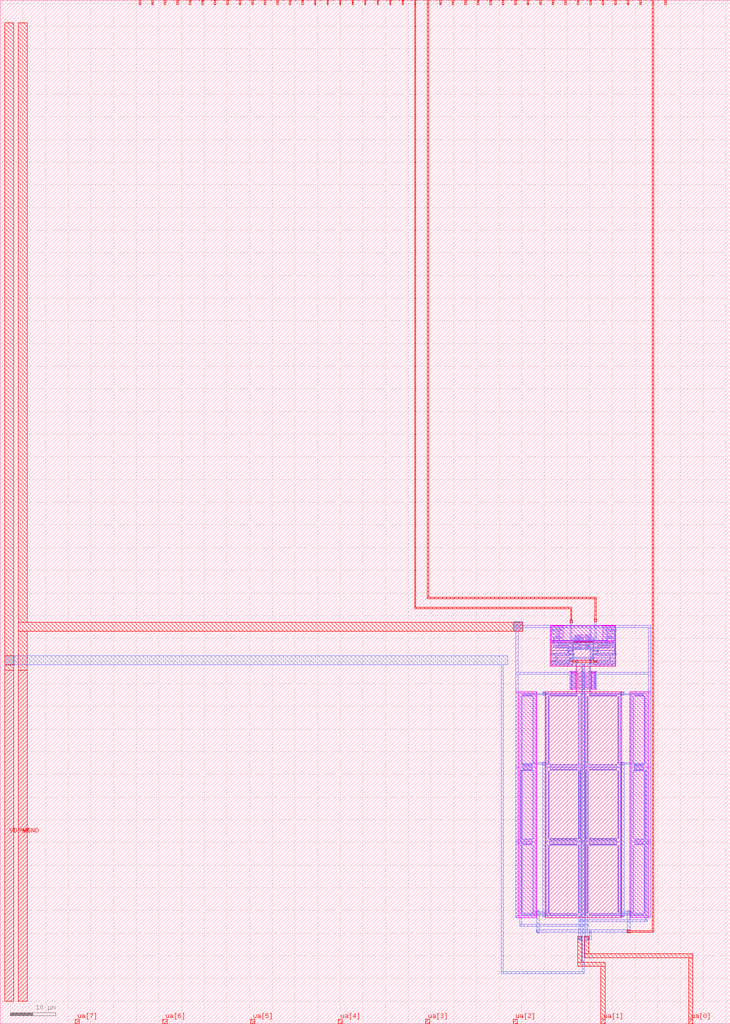
<source format=lef>
MACRO tt_um_mbkmicdec_ringosc
  CLASS BLOCK ;
  FOREIGN tt_um_mbkmicdec_ringosc ;
  ORIGIN 0.000 0.000 ;
  SIZE 161.000 BY 225.760 ;
  PIN clk
    DIRECTION INPUT ;
    USE SIGNAL ;
    ANTENNAGATEAREA 240.000000 ;
    PORT
      LAYER met4 ;
        RECT 143.830 224.760 144.130 225.760 ;
    END
  END clk
  PIN ena
    DIRECTION INPUT ;
    USE SIGNAL ;
    PORT
      LAYER met4 ;
        RECT 146.590 224.760 146.890 225.760 ;
    END
  END ena
  PIN rst_n
    DIRECTION INPUT ;
    USE SIGNAL ;
    PORT
      LAYER met4 ;
        RECT 141.070 224.760 141.370 225.760 ;
    END
  END rst_n
  PIN ua[0]
    DIRECTION INOUT ;
    USE SIGNAL ;
    ANTENNAGATEAREA 120.000000 ;
    PORT
      LAYER met4 ;
        RECT 151.810 0.000 152.710 1.000 ;
    END
  END ua[0]
  PIN ua[1]
    DIRECTION INOUT ;
    USE SIGNAL ;
    ANTENNAGATEAREA 120.000000 ;
    PORT
      LAYER met4 ;
        RECT 132.490 0.000 133.390 1.000 ;
    END
  END ua[1]
  PIN ua[2]
    DIRECTION INOUT ;
    USE SIGNAL ;
    PORT
      LAYER met4 ;
        RECT 113.170 0.000 114.070 1.000 ;
    END
  END ua[2]
  PIN ua[3]
    DIRECTION INOUT ;
    USE SIGNAL ;
    PORT
      LAYER met4 ;
        RECT 93.850 0.000 94.750 1.000 ;
    END
  END ua[3]
  PIN ua[4]
    DIRECTION INOUT ;
    USE SIGNAL ;
    PORT
      LAYER met4 ;
        RECT 74.530 0.000 75.430 1.000 ;
    END
  END ua[4]
  PIN ua[5]
    DIRECTION INOUT ;
    USE SIGNAL ;
    PORT
      LAYER met4 ;
        RECT 55.210 0.000 56.110 1.000 ;
    END
  END ua[5]
  PIN ua[6]
    DIRECTION INOUT ;
    USE SIGNAL ;
    PORT
      LAYER met4 ;
        RECT 35.890 0.000 36.790 1.000 ;
    END
  END ua[6]
  PIN ua[7]
    DIRECTION INOUT ;
    USE SIGNAL ;
    PORT
      LAYER met4 ;
        RECT 16.570 0.000 17.470 1.000 ;
    END
  END ua[7]
  PIN ui_in[0]
    DIRECTION INPUT ;
    USE SIGNAL ;
    PORT
      LAYER met4 ;
        RECT 138.310 224.760 138.610 225.760 ;
    END
  END ui_in[0]
  PIN ui_in[1]
    DIRECTION INPUT ;
    USE SIGNAL ;
    PORT
      LAYER met4 ;
        RECT 135.550 224.760 135.850 225.760 ;
    END
  END ui_in[1]
  PIN ui_in[2]
    DIRECTION INPUT ;
    USE SIGNAL ;
    PORT
      LAYER met4 ;
        RECT 132.790 224.760 133.090 225.760 ;
    END
  END ui_in[2]
  PIN ui_in[3]
    DIRECTION INPUT ;
    USE SIGNAL ;
    PORT
      LAYER met4 ;
        RECT 130.030 224.760 130.330 225.760 ;
    END
  END ui_in[3]
  PIN ui_in[4]
    DIRECTION INPUT ;
    USE SIGNAL ;
    PORT
      LAYER met4 ;
        RECT 127.270 224.760 127.570 225.760 ;
    END
  END ui_in[4]
  PIN ui_in[5]
    DIRECTION INPUT ;
    USE SIGNAL ;
    PORT
      LAYER met4 ;
        RECT 124.510 224.760 124.810 225.760 ;
    END
  END ui_in[5]
  PIN ui_in[6]
    DIRECTION INPUT ;
    USE SIGNAL ;
    PORT
      LAYER met4 ;
        RECT 121.750 224.760 122.050 225.760 ;
    END
  END ui_in[6]
  PIN ui_in[7]
    DIRECTION INPUT ;
    USE SIGNAL ;
    PORT
      LAYER met4 ;
        RECT 118.990 224.760 119.290 225.760 ;
    END
  END ui_in[7]
  PIN uio_in[0]
    DIRECTION INPUT ;
    USE SIGNAL ;
    PORT
      LAYER met4 ;
        RECT 116.230 224.760 116.530 225.760 ;
    END
  END uio_in[0]
  PIN uio_in[1]
    DIRECTION INPUT ;
    USE SIGNAL ;
    PORT
      LAYER met4 ;
        RECT 113.470 224.760 113.770 225.760 ;
    END
  END uio_in[1]
  PIN uio_in[2]
    DIRECTION INPUT ;
    USE SIGNAL ;
    PORT
      LAYER met4 ;
        RECT 110.710 224.760 111.010 225.760 ;
    END
  END uio_in[2]
  PIN uio_in[3]
    DIRECTION INPUT ;
    USE SIGNAL ;
    PORT
      LAYER met4 ;
        RECT 107.950 224.760 108.250 225.760 ;
    END
  END uio_in[3]
  PIN uio_in[4]
    DIRECTION INPUT ;
    USE SIGNAL ;
    PORT
      LAYER met4 ;
        RECT 105.190 224.760 105.490 225.760 ;
    END
  END uio_in[4]
  PIN uio_in[5]
    DIRECTION INPUT ;
    USE SIGNAL ;
    PORT
      LAYER met4 ;
        RECT 102.430 224.760 102.730 225.760 ;
    END
  END uio_in[5]
  PIN uio_in[6]
    DIRECTION INPUT ;
    USE SIGNAL ;
    PORT
      LAYER met4 ;
        RECT 99.670 224.760 99.970 225.760 ;
    END
  END uio_in[6]
  PIN uio_in[7]
    DIRECTION INPUT ;
    USE SIGNAL ;
    PORT
      LAYER met4 ;
        RECT 96.910 224.760 97.210 225.760 ;
    END
  END uio_in[7]
  PIN uio_oe[0]
    DIRECTION OUTPUT ;
    USE SIGNAL ;
    PORT
      LAYER met4 ;
        RECT 49.990 224.760 50.290 225.760 ;
    END
  END uio_oe[0]
  PIN uio_oe[1]
    DIRECTION OUTPUT ;
    USE SIGNAL ;
    PORT
      LAYER met4 ;
        RECT 47.230 224.760 47.530 225.760 ;
    END
  END uio_oe[1]
  PIN uio_oe[2]
    DIRECTION OUTPUT ;
    USE SIGNAL ;
    PORT
      LAYER met4 ;
        RECT 44.470 224.760 44.770 225.760 ;
    END
  END uio_oe[2]
  PIN uio_oe[3]
    DIRECTION OUTPUT ;
    USE SIGNAL ;
    PORT
      LAYER met4 ;
        RECT 41.710 224.760 42.010 225.760 ;
    END
  END uio_oe[3]
  PIN uio_oe[4]
    DIRECTION OUTPUT ;
    USE SIGNAL ;
    PORT
      LAYER met4 ;
        RECT 38.950 224.760 39.250 225.760 ;
    END
  END uio_oe[4]
  PIN uio_oe[5]
    DIRECTION OUTPUT ;
    USE SIGNAL ;
    PORT
      LAYER met4 ;
        RECT 36.190 224.760 36.490 225.760 ;
    END
  END uio_oe[5]
  PIN uio_oe[6]
    DIRECTION OUTPUT ;
    USE SIGNAL ;
    PORT
      LAYER met4 ;
        RECT 33.430 224.760 33.730 225.760 ;
    END
  END uio_oe[6]
  PIN uio_oe[7]
    DIRECTION OUTPUT ;
    USE SIGNAL ;
    PORT
      LAYER met4 ;
        RECT 30.670 224.760 30.970 225.760 ;
    END
  END uio_oe[7]
  PIN uio_out[0]
    DIRECTION OUTPUT ;
    USE SIGNAL ;
    PORT
      LAYER met4 ;
        RECT 72.070 224.760 72.370 225.760 ;
    END
  END uio_out[0]
  PIN uio_out[1]
    DIRECTION OUTPUT ;
    USE SIGNAL ;
    PORT
      LAYER met4 ;
        RECT 69.310 224.760 69.610 225.760 ;
    END
  END uio_out[1]
  PIN uio_out[2]
    DIRECTION OUTPUT ;
    USE SIGNAL ;
    PORT
      LAYER met4 ;
        RECT 66.550 224.760 66.850 225.760 ;
    END
  END uio_out[2]
  PIN uio_out[3]
    DIRECTION OUTPUT ;
    USE SIGNAL ;
    PORT
      LAYER met4 ;
        RECT 63.790 224.760 64.090 225.760 ;
    END
  END uio_out[3]
  PIN uio_out[4]
    DIRECTION OUTPUT ;
    USE SIGNAL ;
    PORT
      LAYER met4 ;
        RECT 61.030 224.760 61.330 225.760 ;
    END
  END uio_out[4]
  PIN uio_out[5]
    DIRECTION OUTPUT ;
    USE SIGNAL ;
    PORT
      LAYER met4 ;
        RECT 58.270 224.760 58.570 225.760 ;
    END
  END uio_out[5]
  PIN uio_out[6]
    DIRECTION OUTPUT ;
    USE SIGNAL ;
    PORT
      LAYER met4 ;
        RECT 55.510 224.760 55.810 225.760 ;
    END
  END uio_out[6]
  PIN uio_out[7]
    DIRECTION OUTPUT ;
    USE SIGNAL ;
    PORT
      LAYER met4 ;
        RECT 52.750 224.760 53.050 225.760 ;
    END
  END uio_out[7]
  PIN uo_out[0]
    DIRECTION OUTPUT ;
    USE SIGNAL ;
    ANTENNAGATEAREA 0.247500 ;
    ANTENNADIFFAREA 0.439000 ;
    PORT
      LAYER met4 ;
        RECT 94.150 224.760 94.450 225.760 ;
    END
  END uo_out[0]
  PIN uo_out[1]
    DIRECTION OUTPUT ;
    USE SIGNAL ;
    ANTENNAGATEAREA 0.247500 ;
    ANTENNADIFFAREA 0.439000 ;
    PORT
      LAYER met4 ;
        RECT 91.390 224.760 91.690 225.760 ;
    END
  END uo_out[1]
  PIN uo_out[2]
    DIRECTION OUTPUT ;
    USE SIGNAL ;
    PORT
      LAYER met4 ;
        RECT 88.630 224.760 88.930 225.760 ;
    END
  END uo_out[2]
  PIN uo_out[3]
    DIRECTION OUTPUT ;
    USE SIGNAL ;
    PORT
      LAYER met4 ;
        RECT 85.870 224.760 86.170 225.760 ;
    END
  END uo_out[3]
  PIN uo_out[4]
    DIRECTION OUTPUT ;
    USE SIGNAL ;
    PORT
      LAYER met4 ;
        RECT 83.110 224.760 83.410 225.760 ;
    END
  END uo_out[4]
  PIN uo_out[5]
    DIRECTION OUTPUT ;
    USE SIGNAL ;
    PORT
      LAYER met4 ;
        RECT 80.350 224.760 80.650 225.760 ;
    END
  END uo_out[5]
  PIN uo_out[6]
    DIRECTION OUTPUT ;
    USE SIGNAL ;
    PORT
      LAYER met4 ;
        RECT 77.590 224.760 77.890 225.760 ;
    END
  END uo_out[6]
  PIN uo_out[7]
    DIRECTION OUTPUT ;
    USE SIGNAL ;
    PORT
      LAYER met4 ;
        RECT 74.830 224.760 75.130 225.760 ;
    END
  END uo_out[7]
  PIN VDPWR
    DIRECTION INOUT ;
    USE POWER ;
    PORT
      LAYER met4 ;
        RECT 1.000 5.000 3.000 78.010 ;
    END
  END VDPWR
  PIN VGND
    DIRECTION INOUT ;
    USE GROUND ;
    PORT
      LAYER met4 ;
        RECT 4.000 5.000 6.000 78.010 ;
    END
  END VGND
  OBS
      LAYER pwell ;
        RECT 121.335 87.745 124.435 87.845 ;
        RECT 132.665 87.745 135.765 87.845 ;
        RECT 121.335 84.425 135.765 87.745 ;
        RECT 121.335 84.155 124.435 84.425 ;
      LAYER nwell ;
        RECT 126.525 84.155 130.575 84.220 ;
      LAYER pwell ;
        RECT 132.665 84.155 135.765 84.425 ;
      LAYER nwell ;
        RECT 121.335 78.885 135.765 84.155 ;
      LAYER pwell ;
        RECT 125.780 77.610 125.950 77.635 ;
        RECT 125.780 77.465 126.880 77.610 ;
        RECT 125.970 73.740 126.880 77.465 ;
      LAYER nwell ;
        RECT 127.170 73.250 130.000 78.885 ;
      LAYER pwell ;
        RECT 131.220 77.610 131.390 77.635 ;
        RECT 130.290 77.465 131.390 77.610 ;
        RECT 130.290 73.740 131.200 77.465 ;
        RECT 114.240 23.425 118.340 73.245 ;
      LAYER nwell ;
        RECT 120.160 23.430 137.035 73.250 ;
      LAYER pwell ;
        RECT 138.855 23.425 142.955 73.245 ;
      LAYER li1 ;
        RECT 121.515 87.495 124.255 87.665 ;
        RECT 121.515 86.085 121.685 87.495 ;
        RECT 122.025 86.625 122.195 86.955 ;
        RECT 122.365 86.925 123.405 87.095 ;
        RECT 122.365 86.485 123.405 86.655 ;
        RECT 123.575 86.625 123.745 86.955 ;
        RECT 124.085 86.085 124.255 87.495 ;
        RECT 121.515 85.915 124.255 86.085 ;
        RECT 121.515 84.505 121.685 85.915 ;
        RECT 122.025 85.045 122.195 85.375 ;
        RECT 122.365 85.345 123.405 85.515 ;
        RECT 122.365 84.905 123.405 85.075 ;
        RECT 123.575 85.045 123.745 85.375 ;
        RECT 124.085 84.505 124.255 85.915 ;
        RECT 132.845 87.495 135.585 87.665 ;
        RECT 132.845 86.085 133.015 87.495 ;
        RECT 133.355 86.625 133.525 86.955 ;
        RECT 133.695 86.925 134.735 87.095 ;
        RECT 133.695 86.485 134.735 86.655 ;
        RECT 134.905 86.625 135.075 86.955 ;
        RECT 135.415 86.085 135.585 87.495 ;
        RECT 132.845 85.915 135.585 86.085 ;
        RECT 126.715 85.440 128.095 85.610 ;
        RECT 129.005 85.440 130.385 85.610 ;
        RECT 126.800 84.640 127.110 85.440 ;
        RECT 127.315 84.640 128.010 85.270 ;
        RECT 129.090 84.640 129.400 85.440 ;
        RECT 129.605 84.640 130.300 85.270 ;
        RECT 121.515 84.335 124.255 84.505 ;
        RECT 126.810 84.200 127.145 84.470 ;
        RECT 127.315 84.040 127.485 84.640 ;
        RECT 127.655 84.200 127.990 84.450 ;
        RECT 129.100 84.200 129.435 84.470 ;
        RECT 129.605 84.040 129.775 84.640 ;
        RECT 132.845 84.505 133.015 85.915 ;
        RECT 133.355 85.045 133.525 85.375 ;
        RECT 133.695 85.345 134.735 85.515 ;
        RECT 133.695 84.905 134.735 85.075 ;
        RECT 134.905 85.045 135.075 85.375 ;
        RECT 135.415 84.505 135.585 85.915 ;
        RECT 129.945 84.200 130.280 84.450 ;
        RECT 132.845 84.335 135.585 84.505 ;
        RECT 121.515 83.805 126.345 83.975 ;
        RECT 121.515 82.395 121.685 83.805 ;
        RECT 122.025 82.935 122.195 83.265 ;
        RECT 122.410 83.235 125.450 83.405 ;
        RECT 122.410 82.795 125.450 82.965 ;
        RECT 125.665 82.935 125.835 83.265 ;
        RECT 126.175 82.395 126.345 83.805 ;
        RECT 126.800 82.890 127.080 84.030 ;
        RECT 127.250 83.060 127.580 84.040 ;
        RECT 127.750 82.890 128.010 84.030 ;
        RECT 129.090 82.890 129.370 84.030 ;
        RECT 129.540 83.060 129.870 84.040 ;
        RECT 130.040 82.890 130.300 84.030 ;
        RECT 130.755 83.805 135.585 83.975 ;
        RECT 126.715 82.720 128.095 82.890 ;
        RECT 129.005 82.720 130.385 82.890 ;
        RECT 121.515 82.225 126.345 82.395 ;
        RECT 121.515 80.815 121.685 82.225 ;
        RECT 122.025 81.355 122.195 81.685 ;
        RECT 122.410 81.655 125.450 81.825 ;
        RECT 122.410 81.215 125.450 81.385 ;
        RECT 125.665 81.355 125.835 81.685 ;
        RECT 126.175 80.815 126.345 82.225 ;
        RECT 121.515 80.645 126.345 80.815 ;
        RECT 121.515 79.235 121.685 80.645 ;
        RECT 122.025 79.775 122.195 80.105 ;
        RECT 122.410 80.075 125.450 80.245 ;
        RECT 122.410 79.635 125.450 79.805 ;
        RECT 125.665 79.775 125.835 80.105 ;
        RECT 126.175 79.235 126.345 80.645 ;
        RECT 121.515 79.065 126.345 79.235 ;
        RECT 130.755 82.395 130.925 83.805 ;
        RECT 131.265 82.935 131.435 83.265 ;
        RECT 131.650 83.235 134.690 83.405 ;
        RECT 131.650 82.795 134.690 82.965 ;
        RECT 134.905 82.935 135.075 83.265 ;
        RECT 135.415 82.395 135.585 83.805 ;
        RECT 130.755 82.225 135.585 82.395 ;
        RECT 130.755 80.815 130.925 82.225 ;
        RECT 131.265 81.355 131.435 81.685 ;
        RECT 131.650 81.655 134.690 81.825 ;
        RECT 131.650 81.215 134.690 81.385 ;
        RECT 134.905 81.355 135.075 81.685 ;
        RECT 135.415 80.815 135.585 82.225 ;
        RECT 130.755 80.645 135.585 80.815 ;
        RECT 130.755 79.235 130.925 80.645 ;
        RECT 131.265 79.775 131.435 80.105 ;
        RECT 131.650 80.075 134.690 80.245 ;
        RECT 131.650 79.635 134.690 79.805 ;
        RECT 134.905 79.775 135.075 80.105 ;
        RECT 135.415 79.235 135.585 80.645 ;
        RECT 130.755 79.065 135.585 79.235 ;
        RECT 125.780 77.525 125.950 77.780 ;
        RECT 125.780 77.270 126.410 77.525 ;
        RECT 126.580 77.350 127.530 77.695 ;
        RECT 128.500 77.525 128.670 77.780 ;
        RECT 125.780 76.600 125.950 77.270 ;
        RECT 126.580 77.100 126.770 77.350 ;
        RECT 127.360 77.100 127.530 77.350 ;
        RECT 127.700 77.270 129.470 77.525 ;
        RECT 129.640 77.350 130.590 77.695 ;
        RECT 131.220 77.525 131.390 77.780 ;
        RECT 126.120 76.770 126.770 77.100 ;
        RECT 125.780 76.430 126.410 76.600 ;
        RECT 125.780 75.760 125.950 76.430 ;
        RECT 126.580 76.260 126.770 76.770 ;
        RECT 126.120 75.930 126.770 76.260 ;
        RECT 125.780 75.590 126.410 75.760 ;
        RECT 125.780 74.920 125.950 75.590 ;
        RECT 126.580 75.420 126.770 75.930 ;
        RECT 126.120 75.090 126.770 75.420 ;
        RECT 125.780 74.750 126.410 74.920 ;
        RECT 125.780 74.080 125.950 74.750 ;
        RECT 126.580 74.580 126.770 75.090 ;
        RECT 126.120 74.250 126.770 74.580 ;
        RECT 125.780 73.775 126.410 74.080 ;
        RECT 126.580 74.045 126.770 74.250 ;
        RECT 126.940 74.245 127.190 77.100 ;
        RECT 127.360 76.770 128.330 77.100 ;
        RECT 127.360 76.260 127.530 76.770 ;
        RECT 128.500 76.600 128.670 77.270 ;
        RECT 129.640 77.100 129.810 77.350 ;
        RECT 130.400 77.100 130.590 77.350 ;
        RECT 130.760 77.270 131.390 77.525 ;
        RECT 128.840 76.770 129.810 77.100 ;
        RECT 127.700 76.430 129.470 76.600 ;
        RECT 127.360 75.930 128.330 76.260 ;
        RECT 127.360 75.420 127.530 75.930 ;
        RECT 128.500 75.760 128.670 76.430 ;
        RECT 129.640 76.260 129.810 76.770 ;
        RECT 128.840 75.930 129.810 76.260 ;
        RECT 127.700 75.590 129.470 75.760 ;
        RECT 127.360 75.090 128.330 75.420 ;
        RECT 127.360 74.580 127.530 75.090 ;
        RECT 128.500 74.920 128.670 75.590 ;
        RECT 129.640 75.420 129.810 75.930 ;
        RECT 128.840 75.090 129.810 75.420 ;
        RECT 127.700 74.750 129.470 74.920 ;
        RECT 127.360 74.250 128.330 74.580 ;
        RECT 126.940 74.215 127.110 74.245 ;
        RECT 127.360 74.045 127.530 74.250 ;
        RECT 128.500 74.080 128.670 74.750 ;
        RECT 129.640 74.580 129.810 75.090 ;
        RECT 128.840 74.250 129.810 74.580 ;
        RECT 125.780 73.640 125.950 73.775 ;
        RECT 126.580 73.725 127.530 74.045 ;
        RECT 127.700 73.780 129.470 74.080 ;
        RECT 129.640 74.045 129.810 74.250 ;
        RECT 129.980 74.245 130.230 77.100 ;
        RECT 130.400 76.770 131.050 77.100 ;
        RECT 130.400 76.260 130.590 76.770 ;
        RECT 131.220 76.600 131.390 77.270 ;
        RECT 130.760 76.430 131.390 76.600 ;
        RECT 130.400 75.930 131.050 76.260 ;
        RECT 130.400 75.420 130.590 75.930 ;
        RECT 131.220 75.760 131.390 76.430 ;
        RECT 130.760 75.590 131.390 75.760 ;
        RECT 130.400 75.090 131.050 75.420 ;
        RECT 130.400 74.580 130.590 75.090 ;
        RECT 131.220 74.920 131.390 75.590 ;
        RECT 130.760 74.750 131.390 74.920 ;
        RECT 130.400 74.250 131.050 74.580 ;
        RECT 130.400 74.045 130.590 74.250 ;
        RECT 131.220 74.080 131.390 74.750 ;
        RECT 128.500 73.640 128.670 73.780 ;
        RECT 129.640 73.725 130.590 74.045 ;
        RECT 130.760 73.775 131.390 74.080 ;
        RECT 131.220 73.640 131.390 73.775 ;
        RECT 113.740 73.245 114.240 73.425 ;
        RECT 113.740 72.895 118.160 73.245 ;
        RECT 113.740 56.635 114.590 72.895 ;
        RECT 115.270 72.325 117.310 72.495 ;
        RECT 114.930 57.265 115.100 72.265 ;
        RECT 117.480 57.265 117.650 72.265 ;
        RECT 115.270 57.035 117.310 57.205 ;
        RECT 117.990 56.635 118.160 72.895 ;
        RECT 113.740 56.465 118.160 56.635 ;
        RECT 113.740 40.205 114.590 56.465 ;
        RECT 115.270 55.895 117.310 56.065 ;
        RECT 114.930 40.835 115.100 55.835 ;
        RECT 117.480 40.835 117.650 55.835 ;
        RECT 115.270 40.605 117.310 40.775 ;
        RECT 117.990 40.205 118.160 56.465 ;
        RECT 113.740 40.035 118.160 40.205 ;
        RECT 113.740 23.775 114.590 40.035 ;
        RECT 115.270 39.465 117.310 39.635 ;
        RECT 114.930 24.405 115.100 39.405 ;
        RECT 117.480 24.405 117.650 39.405 ;
        RECT 115.270 24.175 117.310 24.345 ;
        RECT 117.990 23.775 118.160 40.035 ;
        RECT 113.740 23.425 118.160 23.775 ;
        RECT 120.340 72.900 128.350 73.250 ;
        RECT 120.340 56.640 120.510 72.900 ;
        RECT 121.235 72.330 127.275 72.500 ;
        RECT 120.850 57.270 121.020 72.270 ;
        RECT 127.490 57.270 127.660 72.270 ;
        RECT 121.235 57.040 127.275 57.210 ;
        RECT 128.000 56.640 128.350 72.900 ;
        RECT 120.340 56.470 128.350 56.640 ;
        RECT 120.340 40.210 120.510 56.470 ;
        RECT 121.235 55.900 127.275 56.070 ;
        RECT 120.850 40.840 121.020 55.840 ;
        RECT 127.490 40.840 127.660 55.840 ;
        RECT 121.235 40.610 127.275 40.780 ;
        RECT 128.000 40.210 128.350 56.470 ;
        RECT 120.340 40.040 128.350 40.210 ;
        RECT 120.340 23.780 120.510 40.040 ;
        RECT 121.235 39.470 127.275 39.640 ;
        RECT 120.850 24.410 121.020 39.410 ;
        RECT 127.490 24.410 127.660 39.410 ;
        RECT 121.235 24.180 127.275 24.350 ;
        RECT 128.000 23.780 128.350 40.040 ;
        RECT 120.340 23.430 128.350 23.780 ;
        RECT 128.845 72.900 136.855 73.250 ;
        RECT 142.955 73.245 143.455 73.425 ;
        RECT 128.845 56.640 129.195 72.900 ;
        RECT 129.920 72.330 135.960 72.500 ;
        RECT 129.535 57.270 129.705 72.270 ;
        RECT 136.175 57.270 136.345 72.270 ;
        RECT 129.920 57.040 135.960 57.210 ;
        RECT 136.685 56.640 136.855 72.900 ;
        RECT 128.845 56.470 136.855 56.640 ;
        RECT 128.845 40.210 129.195 56.470 ;
        RECT 129.920 55.900 135.960 56.070 ;
        RECT 129.535 40.840 129.705 55.840 ;
        RECT 136.175 40.840 136.345 55.840 ;
        RECT 129.920 40.610 135.960 40.780 ;
        RECT 136.685 40.210 136.855 56.470 ;
        RECT 128.845 40.040 136.855 40.210 ;
        RECT 128.845 23.780 129.195 40.040 ;
        RECT 129.920 39.470 135.960 39.640 ;
        RECT 129.535 24.410 129.705 39.410 ;
        RECT 136.175 24.410 136.345 39.410 ;
        RECT 129.920 24.180 135.960 24.350 ;
        RECT 136.685 23.780 136.855 40.040 ;
        RECT 128.845 23.430 136.855 23.780 ;
        RECT 139.035 72.895 143.455 73.245 ;
        RECT 139.035 56.635 139.205 72.895 ;
        RECT 139.885 72.325 141.925 72.495 ;
        RECT 139.545 57.265 139.715 72.265 ;
        RECT 142.095 57.265 142.265 72.265 ;
        RECT 139.885 57.035 141.925 57.205 ;
        RECT 142.605 56.635 143.455 72.895 ;
        RECT 139.035 56.465 143.455 56.635 ;
        RECT 139.035 40.205 139.205 56.465 ;
        RECT 139.885 55.895 141.925 56.065 ;
        RECT 139.545 40.835 139.715 55.835 ;
        RECT 142.095 40.835 142.265 55.835 ;
        RECT 139.885 40.605 141.925 40.775 ;
        RECT 142.605 40.205 143.455 56.465 ;
        RECT 139.035 40.035 143.455 40.205 ;
        RECT 139.035 23.775 139.205 40.035 ;
        RECT 139.885 39.465 141.925 39.635 ;
        RECT 139.545 24.405 139.715 39.405 ;
        RECT 142.095 24.405 142.265 39.405 ;
        RECT 139.885 24.175 141.925 24.345 ;
        RECT 142.605 23.775 143.455 40.035 ;
        RECT 139.035 23.425 143.455 23.775 ;
      LAYER met1 ;
        RECT 113.190 87.845 115.290 88.570 ;
        RECT 113.190 87.360 143.485 87.845 ;
        RECT 113.190 86.570 115.290 87.360 ;
        RECT 123.135 87.125 123.385 87.360 ;
        RECT 121.285 86.625 121.665 86.955 ;
        RECT 121.845 86.625 122.225 86.955 ;
        RECT 122.385 86.895 123.385 87.125 ;
        RECT 113.710 77.560 114.270 86.570 ;
        RECT 121.335 81.685 121.595 86.625 ;
        RECT 122.385 86.455 123.385 86.685 ;
        RECT 123.545 86.625 123.825 86.955 ;
        RECT 123.135 85.545 123.385 86.455 ;
        RECT 130.070 85.765 130.385 87.360 ;
        RECT 133.715 87.125 133.965 87.360 ;
        RECT 133.275 86.625 133.555 86.955 ;
        RECT 133.715 86.895 134.715 87.125 ;
        RECT 133.715 86.455 134.715 86.685 ;
        RECT 134.875 86.625 135.255 86.955 ;
        RECT 135.435 86.625 135.815 86.955 ;
        RECT 121.945 84.595 122.225 85.375 ;
        RECT 122.385 85.315 123.385 85.545 ;
        RECT 122.385 84.875 123.385 85.105 ;
        RECT 123.545 85.045 123.825 85.375 ;
        RECT 126.715 85.285 130.390 85.765 ;
        RECT 133.715 85.545 133.965 86.455 ;
        RECT 121.895 84.335 122.275 84.595 ;
        RECT 121.945 82.935 122.225 84.335 ;
        RECT 123.135 83.975 123.385 84.875 ;
        RECT 127.640 84.810 128.675 85.090 ;
        RECT 129.720 84.835 130.110 85.115 ;
        RECT 133.275 85.045 133.555 85.375 ;
        RECT 133.715 85.315 134.715 85.545 ;
        RECT 133.715 84.875 134.715 85.105 ;
        RECT 126.800 84.135 127.135 84.480 ;
        RECT 123.085 83.715 123.465 83.975 ;
        RECT 126.165 83.715 126.525 83.975 ;
        RECT 126.750 83.865 127.185 84.135 ;
        RECT 123.135 83.435 123.385 83.715 ;
        RECT 122.430 83.205 125.430 83.435 ;
        RECT 122.430 82.765 125.480 82.995 ;
        RECT 125.635 82.935 125.915 83.265 ;
        RECT 125.120 82.735 125.480 82.765 ;
        RECT 126.215 82.395 126.475 83.715 ;
        RECT 127.655 83.695 127.990 84.530 ;
        RECT 128.395 84.505 128.675 84.810 ;
        RECT 133.715 84.595 133.965 84.875 ;
        RECT 128.395 84.225 129.435 84.505 ;
        RECT 129.895 84.200 130.330 84.530 ;
        RECT 130.575 84.335 130.935 84.595 ;
        RECT 133.635 84.335 134.015 84.595 ;
        RECT 127.655 83.525 129.850 83.695 ;
        RECT 127.655 83.360 129.900 83.525 ;
        RECT 129.510 83.245 129.900 83.360 ;
        RECT 126.715 82.565 130.385 83.045 ;
        RECT 125.120 82.135 125.480 82.395 ;
        RECT 126.165 82.135 126.525 82.395 ;
        RECT 125.170 81.855 125.430 82.135 ;
        RECT 121.285 81.355 121.665 81.685 ;
        RECT 121.895 81.355 122.275 81.685 ;
        RECT 122.430 81.625 125.430 81.855 ;
        RECT 125.170 81.620 125.430 81.625 ;
        RECT 122.430 81.185 125.430 81.415 ;
        RECT 125.585 81.355 125.965 81.685 ;
        RECT 122.430 80.275 122.680 81.185 ;
        RECT 125.585 80.465 125.965 80.795 ;
        RECT 121.895 79.775 122.275 80.105 ;
        RECT 122.430 80.045 125.430 80.275 ;
        RECT 125.635 80.105 125.915 80.465 ;
        RECT 122.430 79.605 125.430 79.835 ;
        RECT 125.585 79.775 125.965 80.105 ;
        RECT 125.180 79.370 125.430 79.605 ;
        RECT 128.295 79.370 128.895 79.405 ;
        RECT 130.070 79.370 130.385 82.565 ;
        RECT 130.625 82.395 130.885 84.335 ;
        RECT 133.715 83.435 133.965 84.335 ;
        RECT 134.875 83.975 135.155 85.375 ;
        RECT 134.825 83.715 135.205 83.975 ;
        RECT 131.185 82.935 131.465 83.265 ;
        RECT 131.670 83.205 134.670 83.435 ;
        RECT 131.620 82.765 134.670 82.995 ;
        RECT 134.875 82.935 135.155 83.715 ;
        RECT 131.620 82.735 131.980 82.765 ;
        RECT 130.575 82.135 130.935 82.395 ;
        RECT 131.620 82.135 131.980 82.395 ;
        RECT 131.670 81.855 131.930 82.135 ;
        RECT 130.525 81.355 130.905 81.685 ;
        RECT 131.135 81.355 131.515 81.685 ;
        RECT 131.670 81.625 134.670 81.855 ;
        RECT 135.505 81.685 135.765 86.625 ;
        RECT 130.575 80.795 130.855 81.355 ;
        RECT 131.670 81.185 134.670 81.415 ;
        RECT 134.825 81.355 135.205 81.685 ;
        RECT 135.435 81.355 135.815 81.685 ;
        RECT 130.575 80.465 130.975 80.795 ;
        RECT 130.575 80.415 130.855 80.465 ;
        RECT 134.420 80.275 134.670 81.185 ;
        RECT 131.135 79.775 131.515 80.105 ;
        RECT 131.670 80.045 134.670 80.275 ;
        RECT 131.670 79.605 134.670 79.835 ;
        RECT 134.875 79.775 135.155 80.105 ;
        RECT 131.670 79.370 131.920 79.605 ;
        RECT 121.335 78.885 135.765 79.370 ;
        RECT 125.625 77.560 126.105 77.780 ;
        RECT 113.710 77.060 126.105 77.560 ;
        RECT 126.890 77.300 127.200 77.745 ;
        RECT 113.710 40.545 114.270 77.060 ;
        RECT 125.625 73.640 126.105 77.060 ;
        RECT 119.660 72.765 120.160 73.065 ;
        RECT 126.910 72.765 127.140 76.860 ;
        RECT 115.290 72.515 127.255 72.765 ;
        RECT 128.295 72.650 128.895 78.885 ;
        RECT 129.945 77.300 130.255 77.745 ;
        RECT 131.065 77.555 131.545 77.780 ;
        RECT 142.925 77.555 143.485 87.360 ;
        RECT 131.065 77.055 143.485 77.555 ;
        RECT 130.030 72.765 130.260 76.860 ;
        RECT 131.065 73.640 131.545 77.055 ;
        RECT 137.035 72.765 137.535 73.065 ;
        RECT 115.290 72.265 117.290 72.515 ;
        RECT 119.660 72.465 120.160 72.515 ;
        RECT 121.255 72.270 127.255 72.515 ;
        RECT 114.900 57.285 115.130 72.245 ;
        RECT 117.450 57.535 117.680 72.245 ;
        RECT 119.575 57.535 120.235 57.610 ;
        RECT 120.820 57.535 121.050 72.250 ;
        RECT 115.290 56.925 117.290 57.315 ;
        RECT 117.450 57.285 121.050 57.535 ;
        RECT 127.460 57.290 127.690 72.250 ;
        RECT 119.575 57.010 120.235 57.285 ;
        RECT 121.255 56.980 127.255 57.240 ;
        RECT 128.140 56.980 129.055 72.650 ;
        RECT 129.940 72.515 141.905 72.765 ;
        RECT 129.940 72.270 135.940 72.515 ;
        RECT 137.035 72.465 137.535 72.515 ;
        RECT 139.905 72.265 141.905 72.515 ;
        RECT 129.505 57.290 129.735 72.250 ;
        RECT 136.145 57.535 136.375 72.250 ;
        RECT 136.960 57.535 137.620 57.610 ;
        RECT 139.515 57.535 139.745 72.245 ;
        RECT 136.145 57.285 139.745 57.535 ;
        RECT 129.940 56.980 135.940 57.240 ;
        RECT 136.960 57.010 137.620 57.285 ;
        RECT 121.255 56.670 135.940 56.980 ;
        RECT 139.905 56.925 141.905 57.315 ;
        RECT 142.065 57.285 142.295 72.245 ;
        RECT 120.760 56.440 136.435 56.670 ;
        RECT 114.630 55.815 114.930 55.885 ;
        RECT 114.630 40.855 115.130 55.815 ;
        RECT 115.290 55.785 117.290 56.175 ;
        RECT 121.255 56.130 135.940 56.440 ;
        RECT 121.255 55.870 127.255 56.130 ;
        RECT 127.660 55.820 127.960 55.890 ;
        RECT 117.450 40.855 117.680 55.815 ;
        RECT 120.820 40.860 121.050 55.820 ;
        RECT 114.630 40.785 114.930 40.855 ;
        RECT 115.290 40.545 117.290 40.805 ;
        RECT 113.710 39.695 117.290 40.545 ;
        RECT 121.255 40.500 127.255 40.890 ;
        RECT 127.460 40.860 127.960 55.820 ;
        RECT 127.660 40.790 127.960 40.860 ;
        RECT 128.140 40.460 129.055 56.130 ;
        RECT 129.235 55.820 129.535 55.890 ;
        RECT 129.940 55.870 135.940 56.130 ;
        RECT 129.235 40.860 129.735 55.820 ;
        RECT 129.235 40.790 129.535 40.860 ;
        RECT 129.940 40.500 135.940 40.890 ;
        RECT 136.145 40.860 136.375 55.820 ;
        RECT 139.515 40.855 139.745 55.815 ;
        RECT 139.905 55.785 141.905 56.175 ;
        RECT 142.265 55.815 142.565 55.885 ;
        RECT 142.065 40.855 142.565 55.815 ;
        RECT 139.905 40.545 141.905 40.805 ;
        RECT 142.265 40.785 142.565 40.855 ;
        RECT 142.925 40.545 143.485 77.055 ;
        RECT 128.295 39.790 128.895 40.460 ;
        RECT 113.710 23.365 114.270 39.695 ;
        RECT 115.290 39.435 117.290 39.695 ;
        RECT 114.900 24.425 115.130 39.385 ;
        RECT 117.450 24.675 117.680 39.385 ;
        RECT 118.340 24.675 118.840 24.975 ;
        RECT 120.820 24.675 121.050 39.390 ;
        RECT 121.255 39.360 127.255 39.750 ;
        RECT 117.450 24.425 121.050 24.675 ;
        RECT 127.460 24.430 127.690 39.390 ;
        RECT 115.290 24.155 117.290 24.405 ;
        RECT 118.340 24.375 118.840 24.425 ;
        RECT 121.255 24.155 127.255 24.410 ;
        RECT 115.290 23.905 127.255 24.155 ;
        RECT 128.140 24.030 129.055 39.790 ;
        RECT 129.505 24.430 129.735 39.390 ;
        RECT 129.940 39.360 135.940 39.750 ;
        RECT 139.905 39.695 143.485 40.545 ;
        RECT 139.905 39.435 141.905 39.695 ;
        RECT 136.145 24.675 136.375 39.390 ;
        RECT 138.355 24.675 138.855 24.975 ;
        RECT 139.515 24.675 139.745 39.385 ;
        RECT 136.145 24.425 139.745 24.675 ;
        RECT 142.065 24.425 142.295 39.385 ;
        RECT 129.940 24.155 135.940 24.410 ;
        RECT 138.355 24.375 138.855 24.425 ;
        RECT 139.905 24.155 141.905 24.405 ;
        RECT 119.660 23.605 120.160 23.905 ;
        RECT 128.295 23.370 128.895 24.030 ;
        RECT 129.940 23.905 141.905 24.155 ;
        RECT 137.035 23.605 137.535 23.905 ;
        RECT 142.925 23.365 143.485 39.695 ;
        RECT 127.610 22.925 128.010 22.975 ;
        RECT 142.215 22.925 142.615 22.975 ;
        RECT 127.610 22.525 142.615 22.925 ;
        RECT 127.610 22.475 128.010 22.525 ;
        RECT 142.215 22.475 142.615 22.525 ;
        RECT 114.580 21.945 114.980 21.995 ;
        RECT 129.185 21.945 129.585 21.995 ;
        RECT 114.580 21.545 129.585 21.945 ;
        RECT 114.580 21.495 114.980 21.545 ;
        RECT 129.185 21.495 129.585 21.545 ;
        RECT 118.290 20.730 118.890 20.780 ;
        RECT 129.930 20.730 130.330 20.780 ;
        RECT 138.305 20.730 138.905 20.780 ;
        RECT 118.290 20.130 138.905 20.730 ;
        RECT 118.290 20.080 118.890 20.130 ;
        RECT 129.930 20.080 130.330 20.130 ;
        RECT 138.305 20.080 138.905 20.130 ;
      LAYER met2 ;
        RECT 125.760 88.995 126.020 89.255 ;
        RECT 131.145 89.245 131.425 89.255 ;
        RECT 113.240 86.520 115.240 88.620 ;
        RECT 125.675 88.410 126.170 88.995 ;
        RECT 131.045 88.660 131.540 89.245 ;
        RECT 121.335 86.955 121.615 87.005 ;
        RECT 121.895 86.955 122.175 87.005 ;
        RECT 121.335 86.625 122.175 86.955 ;
        RECT 121.335 86.575 121.615 86.625 ;
        RECT 121.895 86.575 122.175 86.625 ;
        RECT 125.760 85.070 126.020 88.410 ;
        RECT 127.690 85.070 127.980 85.140 ;
        RECT 125.760 84.810 127.980 85.070 ;
        RECT 127.690 84.760 127.980 84.810 ;
        RECT 129.770 85.115 130.060 85.165 ;
        RECT 131.145 85.115 131.425 88.660 ;
        RECT 134.925 86.955 135.205 87.005 ;
        RECT 135.485 86.955 135.765 87.005 ;
        RECT 134.925 86.625 135.765 86.955 ;
        RECT 134.925 86.575 135.205 86.625 ;
        RECT 135.485 86.575 135.765 86.625 ;
        RECT 129.770 84.835 131.425 85.115 ;
        RECT 129.770 84.785 130.060 84.835 ;
        RECT 121.945 84.595 122.225 84.645 ;
        RECT 130.625 84.595 130.885 84.645 ;
        RECT 133.685 84.595 133.965 84.645 ;
        RECT 121.945 84.335 133.965 84.595 ;
        RECT 121.945 84.285 122.225 84.335 ;
        RECT 123.135 83.975 123.415 84.025 ;
        RECT 126.215 83.975 126.475 84.025 ;
        RECT 126.800 83.975 127.135 84.185 ;
        RECT 129.945 84.150 130.280 84.335 ;
        RECT 130.625 84.285 130.885 84.335 ;
        RECT 133.685 84.285 133.965 84.335 ;
        RECT 134.875 83.975 135.155 84.025 ;
        RECT 123.135 83.715 135.155 83.975 ;
        RECT 123.135 83.665 123.415 83.715 ;
        RECT 126.215 83.665 126.475 83.715 ;
        RECT 134.875 83.665 135.155 83.715 ;
        RECT 129.560 83.195 129.850 83.575 ;
        RECT 125.170 82.995 125.430 83.045 ;
        RECT 131.670 82.995 131.930 83.045 ;
        RECT 125.170 82.735 131.930 82.995 ;
        RECT 125.170 82.685 125.430 82.735 ;
        RECT 126.845 82.515 127.105 82.735 ;
        RECT 127.770 82.515 128.030 82.735 ;
        RECT 129.150 82.515 129.410 82.735 ;
        RECT 130.070 82.515 130.330 82.735 ;
        RECT 131.670 82.685 131.930 82.735 ;
        RECT 125.170 82.395 125.430 82.445 ;
        RECT 126.215 82.395 126.475 82.445 ;
        RECT 125.170 82.135 126.475 82.395 ;
        RECT 125.170 82.085 125.430 82.135 ;
        RECT 126.215 82.085 126.475 82.135 ;
        RECT 130.625 82.395 130.885 82.445 ;
        RECT 131.670 82.395 131.930 82.445 ;
        RECT 130.625 82.135 131.930 82.395 ;
        RECT 130.625 82.085 130.885 82.135 ;
        RECT 131.670 82.085 131.930 82.135 ;
        RECT 121.335 81.685 121.615 81.735 ;
        RECT 121.945 81.685 122.225 81.735 ;
        RECT 121.335 81.355 122.225 81.685 ;
        RECT 121.335 81.305 121.615 81.355 ;
        RECT 121.945 81.305 122.225 81.355 ;
        RECT 125.635 81.685 125.915 81.735 ;
        RECT 126.245 81.685 126.525 81.735 ;
        RECT 125.635 81.355 126.525 81.685 ;
        RECT 125.635 81.305 125.915 81.355 ;
        RECT 126.245 81.305 126.525 81.355 ;
        RECT 130.575 81.685 130.855 81.735 ;
        RECT 131.185 81.685 131.465 81.735 ;
        RECT 130.575 81.355 131.465 81.685 ;
        RECT 130.575 81.305 130.855 81.355 ;
        RECT 131.185 81.305 131.465 81.355 ;
        RECT 134.875 81.685 135.155 81.735 ;
        RECT 135.485 81.685 135.765 81.735 ;
        RECT 134.875 81.355 135.765 81.685 ;
        RECT 134.875 81.305 135.155 81.355 ;
        RECT 135.485 81.305 135.765 81.355 ;
        RECT 1.000 81.130 3.000 81.180 ;
        RECT 1.000 79.130 111.930 81.130 ;
        RECT 125.635 80.795 125.915 80.845 ;
        RECT 130.640 80.795 130.925 80.845 ;
        RECT 125.635 80.465 130.925 80.795 ;
        RECT 125.635 80.415 125.915 80.465 ;
        RECT 121.945 80.105 122.225 80.155 ;
        RECT 121.335 79.775 122.225 80.105 ;
        RECT 121.945 79.725 122.225 79.775 ;
        RECT 125.635 79.725 125.915 80.155 ;
        RECT 126.915 80.080 127.170 80.160 ;
        RECT 126.855 79.800 127.235 80.080 ;
        RECT 1.000 79.080 3.000 79.130 ;
        RECT 110.450 11.500 110.925 79.130 ;
        RECT 126.915 77.695 127.170 79.800 ;
        RECT 126.840 77.350 127.250 77.695 ;
        RECT 119.610 72.515 120.210 73.250 ;
        RECT 119.605 57.535 120.205 57.640 ;
        RECT 115.240 55.835 117.340 57.265 ;
        RECT 119.605 57.040 120.210 57.535 ;
        RECT 114.580 21.945 114.980 55.835 ;
        RECT 114.530 21.545 115.030 21.945 ;
        RECT 118.290 20.730 118.890 24.925 ;
        RECT 119.605 24.155 120.205 57.040 ;
        RECT 121.205 39.410 127.305 40.840 ;
        RECT 119.605 23.655 120.210 24.155 ;
        RECT 119.605 23.650 120.205 23.655 ;
        RECT 127.610 22.925 128.010 55.840 ;
        RECT 127.560 22.525 128.060 22.925 ;
        RECT 128.320 22.765 128.880 79.400 ;
        RECT 129.970 77.695 130.230 80.465 ;
        RECT 130.640 80.415 130.925 80.465 ;
        RECT 131.185 79.725 131.465 80.155 ;
        RECT 129.895 77.350 130.305 77.695 ;
        RECT 136.985 72.515 137.585 73.250 ;
        RECT 136.990 57.535 137.590 57.640 ;
        RECT 136.985 57.040 137.590 57.535 ;
        RECT 118.240 20.130 118.940 20.730 ;
        RECT 127.610 19.025 128.010 22.525 ;
        RECT 127.550 18.470 128.060 19.025 ;
        RECT 128.360 11.500 128.835 22.765 ;
        RECT 129.185 21.945 129.585 55.840 ;
        RECT 129.890 39.410 135.990 40.840 ;
        RECT 136.990 24.155 137.590 57.040 ;
        RECT 139.855 55.835 141.955 57.265 ;
        RECT 136.985 23.655 137.590 24.155 ;
        RECT 136.990 23.650 137.590 23.655 ;
        RECT 129.135 21.545 129.635 21.945 ;
        RECT 129.185 19.025 129.585 21.545 ;
        RECT 138.305 20.780 138.905 24.925 ;
        RECT 142.215 22.925 142.615 55.835 ;
        RECT 142.165 22.525 142.665 22.925 ;
        RECT 138.300 20.730 138.910 20.780 ;
        RECT 129.880 20.130 130.380 20.730 ;
        RECT 138.255 20.130 138.955 20.730 ;
        RECT 129.130 18.470 129.640 19.025 ;
        RECT 129.930 18.520 130.330 20.130 ;
        RECT 138.300 20.080 138.910 20.130 ;
        RECT 110.450 11.025 128.835 11.500 ;
      LAYER met3 ;
        RECT 113.190 86.545 115.290 88.595 ;
        RECT 125.625 88.435 126.220 88.970 ;
        RECT 130.995 88.685 131.590 89.220 ;
        RECT 0.950 79.105 3.050 81.155 ;
        RECT 126.195 80.155 126.575 81.710 ;
        RECT 126.145 80.130 126.625 80.155 ;
        RECT 126.145 79.750 127.210 80.130 ;
        RECT 126.145 79.725 126.625 79.750 ;
        RECT 131.085 79.670 131.565 80.205 ;
        RECT 138.250 20.105 138.960 20.755 ;
        RECT 127.500 18.495 128.110 19.000 ;
        RECT 129.080 18.495 129.690 19.000 ;
      LAYER met4 ;
        RECT 1.000 81.135 3.000 220.760 ;
        RECT 4.000 88.570 6.000 220.760 ;
        RECT 91.390 91.865 91.690 224.760 ;
        RECT 94.150 94.065 94.450 224.760 ;
        RECT 94.150 93.765 131.445 94.065 ;
        RECT 91.390 91.565 126.070 91.865 ;
        RECT 125.770 88.950 126.070 91.565 ;
        RECT 131.145 89.200 131.445 93.765 ;
        RECT 113.235 88.570 115.245 88.575 ;
        RECT 4.000 86.570 115.245 88.570 ;
        RECT 125.670 88.455 126.175 88.950 ;
        RECT 131.040 88.705 131.545 89.200 ;
        RECT 0.995 79.125 3.005 81.135 ;
        RECT 1.000 78.010 3.000 79.125 ;
        RECT 4.000 78.010 6.000 86.570 ;
        RECT 113.235 86.565 115.245 86.570 ;
        RECT 126.190 79.720 131.520 80.160 ;
        RECT 138.295 20.525 138.915 20.735 ;
        RECT 143.830 20.525 144.130 224.760 ;
        RECT 138.295 20.225 144.130 20.525 ;
        RECT 138.295 20.125 138.915 20.225 ;
        RECT 127.350 13.530 128.250 19.270 ;
        RECT 128.945 15.410 129.845 19.255 ;
        RECT 128.945 14.510 152.710 15.410 ;
        RECT 127.350 12.630 133.390 13.530 ;
        RECT 132.490 1.000 133.390 12.630 ;
        RECT 151.810 1.000 152.710 14.510 ;
  END
END tt_um_mbkmicdec_ringosc
END LIBRARY


</source>
